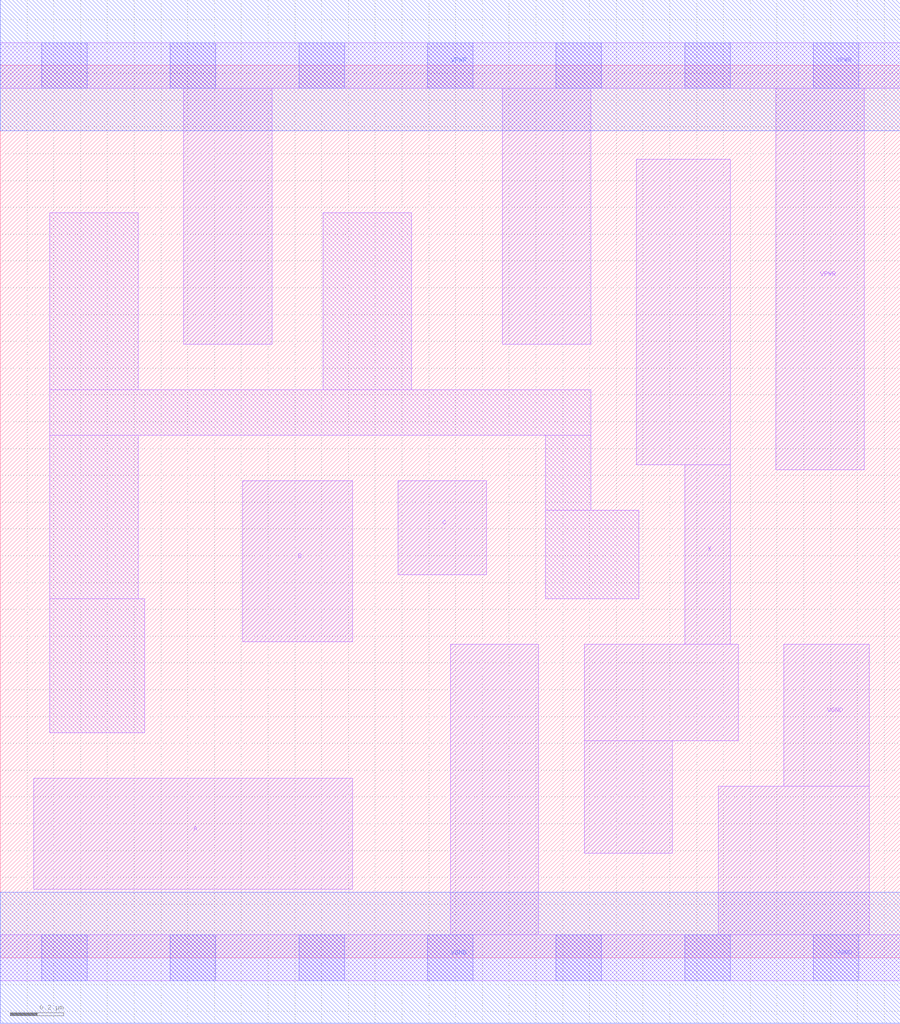
<source format=lef>
# Copyright 2020 The SkyWater PDK Authors
#
# Licensed under the Apache License, Version 2.0 (the "License");
# you may not use this file except in compliance with the License.
# You may obtain a copy of the License at
#
#     https://www.apache.org/licenses/LICENSE-2.0
#
# Unless required by applicable law or agreed to in writing, software
# distributed under the License is distributed on an "AS IS" BASIS,
# WITHOUT WARRANTIES OR CONDITIONS OF ANY KIND, either express or implied.
# See the License for the specific language governing permissions and
# limitations under the License.
#
# SPDX-License-Identifier: Apache-2.0

VERSION 5.7 ;
  NAMESCASESENSITIVE ON ;
  NOWIREEXTENSIONATPIN ON ;
  DIVIDERCHAR "/" ;
  BUSBITCHARS "[]" ;
UNITS
  DATABASE MICRONS 200 ;
END UNITS
MACRO sky130_fd_sc_ms__and3_2
  CLASS CORE ;
  SOURCE USER ;
  FOREIGN sky130_fd_sc_ms__and3_2 ;
  ORIGIN  0.000000  0.000000 ;
  SIZE  3.360000 BY  3.330000 ;
  SYMMETRY X Y ;
  SITE unit ;
  PIN A
    ANTENNAGATEAREA  0.247200 ;
    DIRECTION INPUT ;
    USE SIGNAL ;
    PORT
      LAYER li1 ;
        RECT 0.125000 0.255000 1.315000 0.670000 ;
    END
  END A
  PIN B
    ANTENNAGATEAREA  0.247200 ;
    DIRECTION INPUT ;
    USE SIGNAL ;
    PORT
      LAYER li1 ;
        RECT 0.905000 1.180000 1.315000 1.780000 ;
    END
  END B
  PIN C
    ANTENNAGATEAREA  0.247200 ;
    DIRECTION INPUT ;
    USE SIGNAL ;
    PORT
      LAYER li1 ;
        RECT 1.485000 1.430000 1.815000 1.780000 ;
    END
  END C
  PIN X
    ANTENNADIFFAREA  0.539200 ;
    DIRECTION OUTPUT ;
    USE SIGNAL ;
    PORT
      LAYER li1 ;
        RECT 2.180000 0.390000 2.510000 0.810000 ;
        RECT 2.180000 0.810000 2.755000 1.170000 ;
        RECT 2.375000 1.840000 2.725000 2.980000 ;
        RECT 2.555000 1.170000 2.725000 1.840000 ;
    END
  END X
  PIN VGND
    DIRECTION INOUT ;
    USE GROUND ;
    PORT
      LAYER li1 ;
        RECT 0.000000 -0.085000 3.360000 0.085000 ;
        RECT 1.680000  0.085000 2.010000 1.170000 ;
        RECT 2.680000  0.085000 3.245000 0.640000 ;
        RECT 2.925000  0.640000 3.245000 1.170000 ;
      LAYER mcon ;
        RECT 0.155000 -0.085000 0.325000 0.085000 ;
        RECT 0.635000 -0.085000 0.805000 0.085000 ;
        RECT 1.115000 -0.085000 1.285000 0.085000 ;
        RECT 1.595000 -0.085000 1.765000 0.085000 ;
        RECT 2.075000 -0.085000 2.245000 0.085000 ;
        RECT 2.555000 -0.085000 2.725000 0.085000 ;
        RECT 3.035000 -0.085000 3.205000 0.085000 ;
      LAYER met1 ;
        RECT 0.000000 -0.245000 3.360000 0.245000 ;
    END
  END VGND
  PIN VPWR
    DIRECTION INOUT ;
    USE POWER ;
    PORT
      LAYER li1 ;
        RECT 0.000000 3.245000 3.360000 3.415000 ;
        RECT 0.685000 2.290000 1.015000 3.245000 ;
        RECT 1.875000 2.290000 2.205000 3.245000 ;
        RECT 2.895000 1.820000 3.225000 3.245000 ;
      LAYER mcon ;
        RECT 0.155000 3.245000 0.325000 3.415000 ;
        RECT 0.635000 3.245000 0.805000 3.415000 ;
        RECT 1.115000 3.245000 1.285000 3.415000 ;
        RECT 1.595000 3.245000 1.765000 3.415000 ;
        RECT 2.075000 3.245000 2.245000 3.415000 ;
        RECT 2.555000 3.245000 2.725000 3.415000 ;
        RECT 3.035000 3.245000 3.205000 3.415000 ;
      LAYER met1 ;
        RECT 0.000000 3.085000 3.360000 3.575000 ;
    END
  END VPWR
  OBS
    LAYER li1 ;
      RECT 0.185000 0.840000 0.540000 1.340000 ;
      RECT 0.185000 1.340000 0.515000 1.950000 ;
      RECT 0.185000 1.950000 2.205000 2.120000 ;
      RECT 0.185000 2.120000 0.515000 2.780000 ;
      RECT 1.205000 2.120000 1.535000 2.780000 ;
      RECT 2.035000 1.340000 2.385000 1.670000 ;
      RECT 2.035000 1.670000 2.205000 1.950000 ;
  END
END sky130_fd_sc_ms__and3_2

</source>
